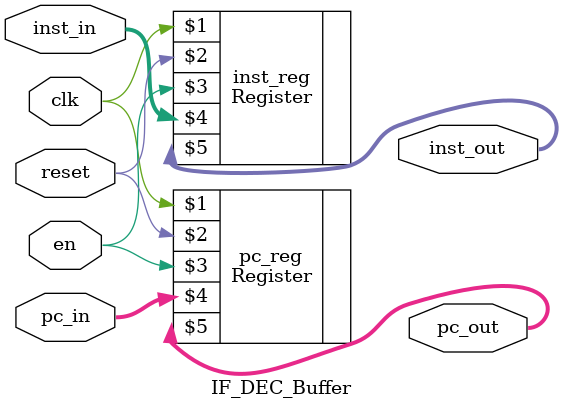
<source format=v>
module IF_DEC_Buffer(clk, reset, en, pc_in, pc_out, inst_in, inst_out);
	parameter BIT_WIDTH = 32;
	parameter INST_BIT_WIDTH				 = 32;

	input clk, reset, en;
	input[BIT_WIDTH-1 : 0] pc_in;
	input[INST_BIT_WIDTH-1 : 0] inst_in;
	output[BIT_WIDTH-1 : 0] pc_out;
	output[INST_BIT_WIDTH-1 : 0] inst_out;

	
	Register #(.BIT_WIDTH(BIT_WIDTH)) pc_reg(clk, reset, en, pc_in, pc_out);
	Register #(.BIT_WIDTH(INST_BIT_WIDTH)) inst_reg(clk, reset, en, inst_in, inst_out);
endmodule
</source>
